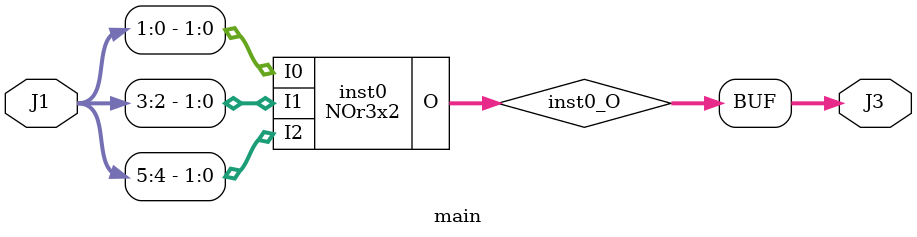
<source format=v>
module NOr3 (input [2:0] I, output  O);
wire  inst0_O;
SB_LUT4 #(.LUT_INIT(16'h0101)) inst0 (.I0(I[0]), .I1(I[1]), .I2(I[2]), .I3(1'b0), .O(inst0_O));
assign O = inst0_O;
endmodule

module NOr3x2 (input [1:0] I0, input [1:0] I1, input [1:0] I2, output [1:0] O);
wire  inst0_O;
wire  inst1_O;
NOr3 inst0 (.I({I2[0],I1[0],I0[0]}), .O(inst0_O));
NOr3 inst1 (.I({I2[1],I1[1],I0[1]}), .O(inst1_O));
assign O = {inst1_O,inst0_O};
endmodule

module main (input [5:0] J1, output [1:0] J3);
wire [1:0] inst0_O;
NOr3x2 inst0 (.I0({J1[1],J1[0]}), .I1({J1[3],J1[2]}), .I2({J1[5],J1[4]}), .O(inst0_O));
assign J3 = inst0_O;
endmodule


</source>
